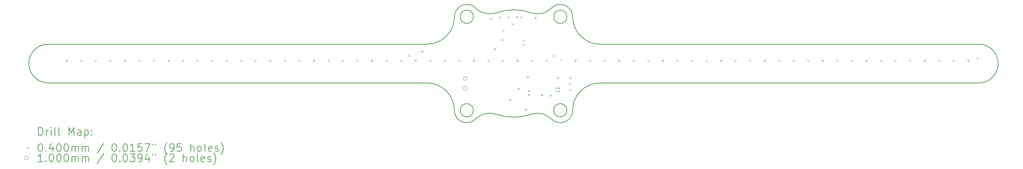
<source format=gbr>
%TF.GenerationSoftware,KiCad,Pcbnew,7.0.10-7.0.10~ubuntu22.04.1*%
%TF.CreationDate,2024-01-14T15:54:07-07:00*%
%TF.ProjectId,tiny_pov_arm,74696e79-5f70-46f7-965f-61726d2e6b69,rev?*%
%TF.SameCoordinates,Original*%
%TF.FileFunction,Drillmap*%
%TF.FilePolarity,Positive*%
%FSLAX45Y45*%
G04 Gerber Fmt 4.5, Leading zero omitted, Abs format (unit mm)*
G04 Created by KiCad (PCBNEW 7.0.10-7.0.10~ubuntu22.04.1) date 2024-01-14 15:54:07*
%MOMM*%
%LPD*%
G01*
G04 APERTURE LIST*
%ADD10C,0.200000*%
%ADD11C,0.100000*%
G04 APERTURE END LIST*
D10*
X27000000Y-10500000D02*
G75*
G03*
X27000000Y-9500000I0J500000D01*
G01*
X15979345Y-11431889D02*
G75*
G03*
X16525617Y-11205617I226275J226269D01*
G01*
X16375617Y-11205617D02*
G75*
G03*
X16035617Y-11205617I-170000J0D01*
G01*
X16035617Y-11205617D02*
G75*
G03*
X16375617Y-11205617I170000J0D01*
G01*
X14020657Y-8568109D02*
G75*
G03*
X14549533Y-8690304I362253J362259D01*
G01*
X12768766Y-9500000D02*
G75*
G03*
X13474383Y-8794383I0J705617D01*
G01*
X27000000Y-9500000D02*
X17231234Y-9500000D01*
X16375617Y-8794383D02*
G75*
G03*
X16035617Y-8794383I-170000J0D01*
G01*
X16035617Y-8794383D02*
G75*
G03*
X16375617Y-8794383I170000J0D01*
G01*
X13964383Y-11205617D02*
G75*
G03*
X13624383Y-11205617I-170000J0D01*
G01*
X13624383Y-11205617D02*
G75*
G03*
X13964383Y-11205617I170000J0D01*
G01*
X12768766Y-10500000D02*
X3000000Y-10500000D01*
X27000000Y-10500000D02*
X17231234Y-10500000D01*
X13964383Y-8794383D02*
G75*
G03*
X13624383Y-8794383I-170000J0D01*
G01*
X13624383Y-8794383D02*
G75*
G03*
X13964383Y-8794383I170000J0D01*
G01*
X16525620Y-8794383D02*
G75*
G03*
X17231234Y-9500000I705600J-17D01*
G01*
X15450467Y-8690304D02*
G75*
G03*
X14549533Y-8690304I-450467J-1309696D01*
G01*
X17231234Y-10500000D02*
G75*
G03*
X16525617Y-11205617I8J-705625D01*
G01*
X14549532Y-11309699D02*
G75*
G03*
X14020657Y-11431891I-166632J-484421D01*
G01*
X14020655Y-8568111D02*
G75*
G03*
X13474383Y-8794383I-226275J-226269D01*
G01*
X14549533Y-11309696D02*
G75*
G03*
X15450467Y-11309696I450467J1309696D01*
G01*
X3000000Y-9500000D02*
G75*
G03*
X3000000Y-10500000I0J-500000D01*
G01*
X15450468Y-8690301D02*
G75*
G03*
X15979343Y-8568109I166632J484421D01*
G01*
X16525620Y-8794383D02*
G75*
G03*
X15979343Y-8568109I-320000J3D01*
G01*
X13474380Y-11205617D02*
G75*
G03*
X12768766Y-10500000I-705600J17D01*
G01*
X15979343Y-11431891D02*
G75*
G03*
X15450467Y-11309696I-362253J-362259D01*
G01*
X13474380Y-11205617D02*
G75*
G03*
X14020657Y-11431891I320000J-3D01*
G01*
X12768766Y-9500000D02*
X3000000Y-9500000D01*
D11*
X3455000Y-9900000D02*
X3495000Y-9940000D01*
X3495000Y-9900000D02*
X3455000Y-9940000D01*
X3830000Y-9900000D02*
X3870000Y-9940000D01*
X3870000Y-9900000D02*
X3830000Y-9940000D01*
X4205000Y-9900000D02*
X4245000Y-9940000D01*
X4245000Y-9900000D02*
X4205000Y-9940000D01*
X4580000Y-9900000D02*
X4620000Y-9940000D01*
X4620000Y-9900000D02*
X4580000Y-9940000D01*
X4955000Y-9900000D02*
X4995000Y-9940000D01*
X4995000Y-9900000D02*
X4955000Y-9940000D01*
X5330000Y-9900000D02*
X5370000Y-9940000D01*
X5370000Y-9900000D02*
X5330000Y-9940000D01*
X5705000Y-9900000D02*
X5745000Y-9940000D01*
X5745000Y-9900000D02*
X5705000Y-9940000D01*
X6080000Y-9900000D02*
X6120000Y-9940000D01*
X6120000Y-9900000D02*
X6080000Y-9940000D01*
X6455000Y-9900000D02*
X6495000Y-9940000D01*
X6495000Y-9900000D02*
X6455000Y-9940000D01*
X6830000Y-9900000D02*
X6870000Y-9940000D01*
X6870000Y-9900000D02*
X6830000Y-9940000D01*
X7205000Y-9900000D02*
X7245000Y-9940000D01*
X7245000Y-9900000D02*
X7205000Y-9940000D01*
X7580000Y-9900000D02*
X7620000Y-9940000D01*
X7620000Y-9900000D02*
X7580000Y-9940000D01*
X7955000Y-9900000D02*
X7995000Y-9940000D01*
X7995000Y-9900000D02*
X7955000Y-9940000D01*
X8330000Y-9900000D02*
X8370000Y-9940000D01*
X8370000Y-9900000D02*
X8330000Y-9940000D01*
X8705000Y-9900000D02*
X8745000Y-9940000D01*
X8745000Y-9900000D02*
X8705000Y-9940000D01*
X9080000Y-9900000D02*
X9120000Y-9940000D01*
X9120000Y-9900000D02*
X9080000Y-9940000D01*
X9455000Y-9900000D02*
X9495000Y-9940000D01*
X9495000Y-9900000D02*
X9455000Y-9940000D01*
X9830000Y-9900000D02*
X9870000Y-9940000D01*
X9870000Y-9900000D02*
X9830000Y-9940000D01*
X10205000Y-9900000D02*
X10245000Y-9940000D01*
X10245000Y-9900000D02*
X10205000Y-9940000D01*
X10580000Y-9900000D02*
X10620000Y-9940000D01*
X10620000Y-9900000D02*
X10580000Y-9940000D01*
X10955000Y-9900000D02*
X10995000Y-9940000D01*
X10995000Y-9900000D02*
X10955000Y-9940000D01*
X11330000Y-9900000D02*
X11370000Y-9940000D01*
X11370000Y-9900000D02*
X11330000Y-9940000D01*
X11705000Y-9900000D02*
X11745000Y-9940000D01*
X11745000Y-9900000D02*
X11705000Y-9940000D01*
X12080000Y-9900000D02*
X12120000Y-9940000D01*
X12120000Y-9900000D02*
X12080000Y-9940000D01*
X12290000Y-9775000D02*
X12330000Y-9815000D01*
X12330000Y-9775000D02*
X12290000Y-9815000D01*
X12455000Y-9900000D02*
X12495000Y-9940000D01*
X12495000Y-9900000D02*
X12455000Y-9940000D01*
X12625000Y-9665000D02*
X12665000Y-9705000D01*
X12665000Y-9665000D02*
X12625000Y-9705000D01*
X12830000Y-9900000D02*
X12870000Y-9940000D01*
X12870000Y-9900000D02*
X12830000Y-9940000D01*
X13205000Y-9900000D02*
X13245000Y-9940000D01*
X13245000Y-9900000D02*
X13205000Y-9940000D01*
X13580000Y-9900000D02*
X13620000Y-9940000D01*
X13620000Y-9900000D02*
X13580000Y-9940000D01*
X13955000Y-9900000D02*
X13995000Y-9940000D01*
X13995000Y-9900000D02*
X13955000Y-9940000D01*
X14330000Y-9900000D02*
X14370000Y-9940000D01*
X14370000Y-9900000D02*
X14330000Y-9940000D01*
X14400000Y-8830000D02*
X14440000Y-8870000D01*
X14440000Y-8830000D02*
X14400000Y-8870000D01*
X14495000Y-9605000D02*
X14535000Y-9645000D01*
X14535000Y-9605000D02*
X14495000Y-9645000D01*
X14630000Y-8785000D02*
X14670000Y-8825000D01*
X14670000Y-8785000D02*
X14630000Y-8825000D01*
X14690000Y-9370000D02*
X14730000Y-9410000D01*
X14730000Y-9370000D02*
X14690000Y-9410000D01*
X14705000Y-9900000D02*
X14745000Y-9940000D01*
X14745000Y-9900000D02*
X14705000Y-9940000D01*
X14722500Y-9129500D02*
X14762500Y-9169500D01*
X14762500Y-9129500D02*
X14722500Y-9169500D01*
X14850000Y-8785000D02*
X14890000Y-8825000D01*
X14890000Y-8785000D02*
X14850000Y-8825000D01*
X14895000Y-10920000D02*
X14935000Y-10960000D01*
X14935000Y-10920000D02*
X14895000Y-10960000D01*
X14955000Y-8961250D02*
X14995000Y-9001250D01*
X14995000Y-8961250D02*
X14955000Y-9001250D01*
X15070000Y-8780000D02*
X15110000Y-8820000D01*
X15110000Y-8780000D02*
X15070000Y-8820000D01*
X15080000Y-9900000D02*
X15120000Y-9940000D01*
X15120000Y-9900000D02*
X15080000Y-9940000D01*
X15105000Y-10630000D02*
X15145000Y-10670000D01*
X15145000Y-10630000D02*
X15105000Y-10670000D01*
X15180500Y-8785000D02*
X15220500Y-8825000D01*
X15220500Y-8785000D02*
X15180500Y-8825000D01*
X15237500Y-9383500D02*
X15277500Y-9423500D01*
X15277500Y-9383500D02*
X15237500Y-9423500D01*
X15237500Y-9487500D02*
X15277500Y-9527500D01*
X15277500Y-9487500D02*
X15237500Y-9527500D01*
X15300000Y-11165000D02*
X15340000Y-11205000D01*
X15340000Y-11165000D02*
X15300000Y-11205000D01*
X15345000Y-10330000D02*
X15385000Y-10370000D01*
X15385000Y-10330000D02*
X15345000Y-10370000D01*
X15375000Y-10685000D02*
X15415000Y-10725000D01*
X15415000Y-10685000D02*
X15375000Y-10725000D01*
X15375000Y-10780000D02*
X15415000Y-10820000D01*
X15415000Y-10780000D02*
X15375000Y-10820000D01*
X15455000Y-9900000D02*
X15495000Y-9940000D01*
X15495000Y-9900000D02*
X15455000Y-9940000D01*
X15545000Y-8800000D02*
X15585000Y-8840000D01*
X15585000Y-8800000D02*
X15545000Y-8840000D01*
X15715000Y-10795000D02*
X15755000Y-10835000D01*
X15755000Y-10795000D02*
X15715000Y-10835000D01*
X15830000Y-9900000D02*
X15870000Y-9940000D01*
X15870000Y-9900000D02*
X15830000Y-9940000D01*
X15940000Y-10805000D02*
X15980000Y-10845000D01*
X15980000Y-10805000D02*
X15940000Y-10845000D01*
X16010000Y-9785000D02*
X16050000Y-9825000D01*
X16050000Y-9785000D02*
X16010000Y-9825000D01*
X16070000Y-10615000D02*
X16110000Y-10655000D01*
X16110000Y-10615000D02*
X16070000Y-10655000D01*
X16070000Y-10695000D02*
X16110000Y-10735000D01*
X16110000Y-10695000D02*
X16070000Y-10735000D01*
X16115000Y-10355000D02*
X16155000Y-10395000D01*
X16155000Y-10355000D02*
X16115000Y-10395000D01*
X16150000Y-10695000D02*
X16190000Y-10735000D01*
X16190000Y-10695000D02*
X16150000Y-10735000D01*
X16155000Y-10615000D02*
X16195000Y-10655000D01*
X16195000Y-10615000D02*
X16155000Y-10655000D01*
X16214474Y-9890526D02*
X16254474Y-9930526D01*
X16254474Y-9890526D02*
X16214474Y-9930526D01*
X16440000Y-10505000D02*
X16480000Y-10545000D01*
X16480000Y-10505000D02*
X16440000Y-10545000D01*
X16445000Y-10355000D02*
X16485000Y-10395000D01*
X16485000Y-10355000D02*
X16445000Y-10395000D01*
X16445000Y-10655000D02*
X16485000Y-10695000D01*
X16485000Y-10655000D02*
X16445000Y-10695000D01*
X16580000Y-9900000D02*
X16620000Y-9940000D01*
X16620000Y-9900000D02*
X16580000Y-9940000D01*
X16955000Y-9900000D02*
X16995000Y-9940000D01*
X16995000Y-9900000D02*
X16955000Y-9940000D01*
X17330000Y-9900000D02*
X17370000Y-9940000D01*
X17370000Y-9900000D02*
X17330000Y-9940000D01*
X17705000Y-9900000D02*
X17745000Y-9940000D01*
X17745000Y-9900000D02*
X17705000Y-9940000D01*
X18080000Y-9900000D02*
X18120000Y-9940000D01*
X18120000Y-9900000D02*
X18080000Y-9940000D01*
X18455000Y-9900000D02*
X18495000Y-9940000D01*
X18495000Y-9900000D02*
X18455000Y-9940000D01*
X18830000Y-9900000D02*
X18870000Y-9940000D01*
X18870000Y-9900000D02*
X18830000Y-9940000D01*
X19205000Y-9900000D02*
X19245000Y-9940000D01*
X19245000Y-9900000D02*
X19205000Y-9940000D01*
X19580000Y-9900000D02*
X19620000Y-9940000D01*
X19620000Y-9900000D02*
X19580000Y-9940000D01*
X19955000Y-9900000D02*
X19995000Y-9940000D01*
X19995000Y-9900000D02*
X19955000Y-9940000D01*
X20330000Y-9900000D02*
X20370000Y-9940000D01*
X20370000Y-9900000D02*
X20330000Y-9940000D01*
X20705000Y-9900000D02*
X20745000Y-9940000D01*
X20745000Y-9900000D02*
X20705000Y-9940000D01*
X21080000Y-9900000D02*
X21120000Y-9940000D01*
X21120000Y-9900000D02*
X21080000Y-9940000D01*
X21455000Y-9900000D02*
X21495000Y-9940000D01*
X21495000Y-9900000D02*
X21455000Y-9940000D01*
X21830000Y-9900000D02*
X21870000Y-9940000D01*
X21870000Y-9900000D02*
X21830000Y-9940000D01*
X22205000Y-9900000D02*
X22245000Y-9940000D01*
X22245000Y-9900000D02*
X22205000Y-9940000D01*
X22580000Y-9900000D02*
X22620000Y-9940000D01*
X22620000Y-9900000D02*
X22580000Y-9940000D01*
X22955000Y-9900000D02*
X22995000Y-9940000D01*
X22995000Y-9900000D02*
X22955000Y-9940000D01*
X23330000Y-9900000D02*
X23370000Y-9940000D01*
X23370000Y-9900000D02*
X23330000Y-9940000D01*
X23705000Y-9900000D02*
X23745000Y-9940000D01*
X23745000Y-9900000D02*
X23705000Y-9940000D01*
X24080000Y-9900000D02*
X24120000Y-9940000D01*
X24120000Y-9900000D02*
X24080000Y-9940000D01*
X24455000Y-9900000D02*
X24495000Y-9940000D01*
X24495000Y-9900000D02*
X24455000Y-9940000D01*
X24830000Y-9900000D02*
X24870000Y-9940000D01*
X24870000Y-9900000D02*
X24830000Y-9940000D01*
X25205000Y-9900000D02*
X25245000Y-9940000D01*
X25245000Y-9900000D02*
X25205000Y-9940000D01*
X25580000Y-9900000D02*
X25620000Y-9940000D01*
X25620000Y-9900000D02*
X25580000Y-9940000D01*
X25955000Y-9900000D02*
X25995000Y-9940000D01*
X25995000Y-9900000D02*
X25955000Y-9940000D01*
X26330000Y-9900000D02*
X26370000Y-9940000D01*
X26370000Y-9900000D02*
X26330000Y-9940000D01*
X26705000Y-9900000D02*
X26745000Y-9940000D01*
X26745000Y-9900000D02*
X26705000Y-9940000D01*
X26945000Y-9845000D02*
X26985000Y-9885000D01*
X26985000Y-9845000D02*
X26945000Y-9885000D01*
X13805000Y-10386000D02*
G75*
G03*
X13705000Y-10386000I-50000J0D01*
G01*
X13705000Y-10386000D02*
G75*
G03*
X13805000Y-10386000I50000J0D01*
G01*
X13805000Y-10640000D02*
G75*
G03*
X13705000Y-10640000I-50000J0D01*
G01*
X13705000Y-10640000D02*
G75*
G03*
X13805000Y-10640000I50000J0D01*
G01*
D10*
X2750777Y-11847104D02*
X2750777Y-11647104D01*
X2750777Y-11647104D02*
X2798396Y-11647104D01*
X2798396Y-11647104D02*
X2826967Y-11656628D01*
X2826967Y-11656628D02*
X2846015Y-11675675D01*
X2846015Y-11675675D02*
X2855539Y-11694723D01*
X2855539Y-11694723D02*
X2865062Y-11732818D01*
X2865062Y-11732818D02*
X2865062Y-11761389D01*
X2865062Y-11761389D02*
X2855539Y-11799485D01*
X2855539Y-11799485D02*
X2846015Y-11818532D01*
X2846015Y-11818532D02*
X2826967Y-11837580D01*
X2826967Y-11837580D02*
X2798396Y-11847104D01*
X2798396Y-11847104D02*
X2750777Y-11847104D01*
X2950777Y-11847104D02*
X2950777Y-11713770D01*
X2950777Y-11751866D02*
X2960301Y-11732818D01*
X2960301Y-11732818D02*
X2969824Y-11723294D01*
X2969824Y-11723294D02*
X2988872Y-11713770D01*
X2988872Y-11713770D02*
X3007920Y-11713770D01*
X3074586Y-11847104D02*
X3074586Y-11713770D01*
X3074586Y-11647104D02*
X3065062Y-11656628D01*
X3065062Y-11656628D02*
X3074586Y-11666151D01*
X3074586Y-11666151D02*
X3084110Y-11656628D01*
X3084110Y-11656628D02*
X3074586Y-11647104D01*
X3074586Y-11647104D02*
X3074586Y-11666151D01*
X3198396Y-11847104D02*
X3179348Y-11837580D01*
X3179348Y-11837580D02*
X3169824Y-11818532D01*
X3169824Y-11818532D02*
X3169824Y-11647104D01*
X3303158Y-11847104D02*
X3284110Y-11837580D01*
X3284110Y-11837580D02*
X3274586Y-11818532D01*
X3274586Y-11818532D02*
X3274586Y-11647104D01*
X3531729Y-11847104D02*
X3531729Y-11647104D01*
X3531729Y-11647104D02*
X3598396Y-11789961D01*
X3598396Y-11789961D02*
X3665062Y-11647104D01*
X3665062Y-11647104D02*
X3665062Y-11847104D01*
X3846015Y-11847104D02*
X3846015Y-11742342D01*
X3846015Y-11742342D02*
X3836491Y-11723294D01*
X3836491Y-11723294D02*
X3817443Y-11713770D01*
X3817443Y-11713770D02*
X3779348Y-11713770D01*
X3779348Y-11713770D02*
X3760301Y-11723294D01*
X3846015Y-11837580D02*
X3826967Y-11847104D01*
X3826967Y-11847104D02*
X3779348Y-11847104D01*
X3779348Y-11847104D02*
X3760301Y-11837580D01*
X3760301Y-11837580D02*
X3750777Y-11818532D01*
X3750777Y-11818532D02*
X3750777Y-11799485D01*
X3750777Y-11799485D02*
X3760301Y-11780437D01*
X3760301Y-11780437D02*
X3779348Y-11770913D01*
X3779348Y-11770913D02*
X3826967Y-11770913D01*
X3826967Y-11770913D02*
X3846015Y-11761389D01*
X3941253Y-11713770D02*
X3941253Y-11913770D01*
X3941253Y-11723294D02*
X3960301Y-11713770D01*
X3960301Y-11713770D02*
X3998396Y-11713770D01*
X3998396Y-11713770D02*
X4017443Y-11723294D01*
X4017443Y-11723294D02*
X4026967Y-11732818D01*
X4026967Y-11732818D02*
X4036491Y-11751866D01*
X4036491Y-11751866D02*
X4036491Y-11809008D01*
X4036491Y-11809008D02*
X4026967Y-11828056D01*
X4026967Y-11828056D02*
X4017443Y-11837580D01*
X4017443Y-11837580D02*
X3998396Y-11847104D01*
X3998396Y-11847104D02*
X3960301Y-11847104D01*
X3960301Y-11847104D02*
X3941253Y-11837580D01*
X4122205Y-11828056D02*
X4131729Y-11837580D01*
X4131729Y-11837580D02*
X4122205Y-11847104D01*
X4122205Y-11847104D02*
X4112682Y-11837580D01*
X4112682Y-11837580D02*
X4122205Y-11828056D01*
X4122205Y-11828056D02*
X4122205Y-11847104D01*
X4122205Y-11723294D02*
X4131729Y-11732818D01*
X4131729Y-11732818D02*
X4122205Y-11742342D01*
X4122205Y-11742342D02*
X4112682Y-11732818D01*
X4112682Y-11732818D02*
X4122205Y-11723294D01*
X4122205Y-11723294D02*
X4122205Y-11742342D01*
D11*
X2450000Y-12155620D02*
X2490000Y-12195620D01*
X2490000Y-12155620D02*
X2450000Y-12195620D01*
D10*
X2788872Y-12067104D02*
X2807920Y-12067104D01*
X2807920Y-12067104D02*
X2826967Y-12076628D01*
X2826967Y-12076628D02*
X2836491Y-12086151D01*
X2836491Y-12086151D02*
X2846015Y-12105199D01*
X2846015Y-12105199D02*
X2855539Y-12143294D01*
X2855539Y-12143294D02*
X2855539Y-12190913D01*
X2855539Y-12190913D02*
X2846015Y-12229008D01*
X2846015Y-12229008D02*
X2836491Y-12248056D01*
X2836491Y-12248056D02*
X2826967Y-12257580D01*
X2826967Y-12257580D02*
X2807920Y-12267104D01*
X2807920Y-12267104D02*
X2788872Y-12267104D01*
X2788872Y-12267104D02*
X2769824Y-12257580D01*
X2769824Y-12257580D02*
X2760301Y-12248056D01*
X2760301Y-12248056D02*
X2750777Y-12229008D01*
X2750777Y-12229008D02*
X2741253Y-12190913D01*
X2741253Y-12190913D02*
X2741253Y-12143294D01*
X2741253Y-12143294D02*
X2750777Y-12105199D01*
X2750777Y-12105199D02*
X2760301Y-12086151D01*
X2760301Y-12086151D02*
X2769824Y-12076628D01*
X2769824Y-12076628D02*
X2788872Y-12067104D01*
X2941253Y-12248056D02*
X2950777Y-12257580D01*
X2950777Y-12257580D02*
X2941253Y-12267104D01*
X2941253Y-12267104D02*
X2931729Y-12257580D01*
X2931729Y-12257580D02*
X2941253Y-12248056D01*
X2941253Y-12248056D02*
X2941253Y-12267104D01*
X3122205Y-12133770D02*
X3122205Y-12267104D01*
X3074586Y-12057580D02*
X3026967Y-12200437D01*
X3026967Y-12200437D02*
X3150777Y-12200437D01*
X3265062Y-12067104D02*
X3284110Y-12067104D01*
X3284110Y-12067104D02*
X3303158Y-12076628D01*
X3303158Y-12076628D02*
X3312682Y-12086151D01*
X3312682Y-12086151D02*
X3322205Y-12105199D01*
X3322205Y-12105199D02*
X3331729Y-12143294D01*
X3331729Y-12143294D02*
X3331729Y-12190913D01*
X3331729Y-12190913D02*
X3322205Y-12229008D01*
X3322205Y-12229008D02*
X3312682Y-12248056D01*
X3312682Y-12248056D02*
X3303158Y-12257580D01*
X3303158Y-12257580D02*
X3284110Y-12267104D01*
X3284110Y-12267104D02*
X3265062Y-12267104D01*
X3265062Y-12267104D02*
X3246015Y-12257580D01*
X3246015Y-12257580D02*
X3236491Y-12248056D01*
X3236491Y-12248056D02*
X3226967Y-12229008D01*
X3226967Y-12229008D02*
X3217443Y-12190913D01*
X3217443Y-12190913D02*
X3217443Y-12143294D01*
X3217443Y-12143294D02*
X3226967Y-12105199D01*
X3226967Y-12105199D02*
X3236491Y-12086151D01*
X3236491Y-12086151D02*
X3246015Y-12076628D01*
X3246015Y-12076628D02*
X3265062Y-12067104D01*
X3455539Y-12067104D02*
X3474586Y-12067104D01*
X3474586Y-12067104D02*
X3493634Y-12076628D01*
X3493634Y-12076628D02*
X3503158Y-12086151D01*
X3503158Y-12086151D02*
X3512682Y-12105199D01*
X3512682Y-12105199D02*
X3522205Y-12143294D01*
X3522205Y-12143294D02*
X3522205Y-12190913D01*
X3522205Y-12190913D02*
X3512682Y-12229008D01*
X3512682Y-12229008D02*
X3503158Y-12248056D01*
X3503158Y-12248056D02*
X3493634Y-12257580D01*
X3493634Y-12257580D02*
X3474586Y-12267104D01*
X3474586Y-12267104D02*
X3455539Y-12267104D01*
X3455539Y-12267104D02*
X3436491Y-12257580D01*
X3436491Y-12257580D02*
X3426967Y-12248056D01*
X3426967Y-12248056D02*
X3417443Y-12229008D01*
X3417443Y-12229008D02*
X3407920Y-12190913D01*
X3407920Y-12190913D02*
X3407920Y-12143294D01*
X3407920Y-12143294D02*
X3417443Y-12105199D01*
X3417443Y-12105199D02*
X3426967Y-12086151D01*
X3426967Y-12086151D02*
X3436491Y-12076628D01*
X3436491Y-12076628D02*
X3455539Y-12067104D01*
X3607920Y-12267104D02*
X3607920Y-12133770D01*
X3607920Y-12152818D02*
X3617443Y-12143294D01*
X3617443Y-12143294D02*
X3636491Y-12133770D01*
X3636491Y-12133770D02*
X3665063Y-12133770D01*
X3665063Y-12133770D02*
X3684110Y-12143294D01*
X3684110Y-12143294D02*
X3693634Y-12162342D01*
X3693634Y-12162342D02*
X3693634Y-12267104D01*
X3693634Y-12162342D02*
X3703158Y-12143294D01*
X3703158Y-12143294D02*
X3722205Y-12133770D01*
X3722205Y-12133770D02*
X3750777Y-12133770D01*
X3750777Y-12133770D02*
X3769824Y-12143294D01*
X3769824Y-12143294D02*
X3779348Y-12162342D01*
X3779348Y-12162342D02*
X3779348Y-12267104D01*
X3874586Y-12267104D02*
X3874586Y-12133770D01*
X3874586Y-12152818D02*
X3884110Y-12143294D01*
X3884110Y-12143294D02*
X3903158Y-12133770D01*
X3903158Y-12133770D02*
X3931729Y-12133770D01*
X3931729Y-12133770D02*
X3950777Y-12143294D01*
X3950777Y-12143294D02*
X3960301Y-12162342D01*
X3960301Y-12162342D02*
X3960301Y-12267104D01*
X3960301Y-12162342D02*
X3969824Y-12143294D01*
X3969824Y-12143294D02*
X3988872Y-12133770D01*
X3988872Y-12133770D02*
X4017443Y-12133770D01*
X4017443Y-12133770D02*
X4036491Y-12143294D01*
X4036491Y-12143294D02*
X4046015Y-12162342D01*
X4046015Y-12162342D02*
X4046015Y-12267104D01*
X4436491Y-12057580D02*
X4265063Y-12314723D01*
X4693634Y-12067104D02*
X4712682Y-12067104D01*
X4712682Y-12067104D02*
X4731729Y-12076628D01*
X4731729Y-12076628D02*
X4741253Y-12086151D01*
X4741253Y-12086151D02*
X4750777Y-12105199D01*
X4750777Y-12105199D02*
X4760301Y-12143294D01*
X4760301Y-12143294D02*
X4760301Y-12190913D01*
X4760301Y-12190913D02*
X4750777Y-12229008D01*
X4750777Y-12229008D02*
X4741253Y-12248056D01*
X4741253Y-12248056D02*
X4731729Y-12257580D01*
X4731729Y-12257580D02*
X4712682Y-12267104D01*
X4712682Y-12267104D02*
X4693634Y-12267104D01*
X4693634Y-12267104D02*
X4674587Y-12257580D01*
X4674587Y-12257580D02*
X4665063Y-12248056D01*
X4665063Y-12248056D02*
X4655539Y-12229008D01*
X4655539Y-12229008D02*
X4646015Y-12190913D01*
X4646015Y-12190913D02*
X4646015Y-12143294D01*
X4646015Y-12143294D02*
X4655539Y-12105199D01*
X4655539Y-12105199D02*
X4665063Y-12086151D01*
X4665063Y-12086151D02*
X4674587Y-12076628D01*
X4674587Y-12076628D02*
X4693634Y-12067104D01*
X4846015Y-12248056D02*
X4855539Y-12257580D01*
X4855539Y-12257580D02*
X4846015Y-12267104D01*
X4846015Y-12267104D02*
X4836491Y-12257580D01*
X4836491Y-12257580D02*
X4846015Y-12248056D01*
X4846015Y-12248056D02*
X4846015Y-12267104D01*
X4979348Y-12067104D02*
X4998396Y-12067104D01*
X4998396Y-12067104D02*
X5017444Y-12076628D01*
X5017444Y-12076628D02*
X5026968Y-12086151D01*
X5026968Y-12086151D02*
X5036491Y-12105199D01*
X5036491Y-12105199D02*
X5046015Y-12143294D01*
X5046015Y-12143294D02*
X5046015Y-12190913D01*
X5046015Y-12190913D02*
X5036491Y-12229008D01*
X5036491Y-12229008D02*
X5026968Y-12248056D01*
X5026968Y-12248056D02*
X5017444Y-12257580D01*
X5017444Y-12257580D02*
X4998396Y-12267104D01*
X4998396Y-12267104D02*
X4979348Y-12267104D01*
X4979348Y-12267104D02*
X4960301Y-12257580D01*
X4960301Y-12257580D02*
X4950777Y-12248056D01*
X4950777Y-12248056D02*
X4941253Y-12229008D01*
X4941253Y-12229008D02*
X4931729Y-12190913D01*
X4931729Y-12190913D02*
X4931729Y-12143294D01*
X4931729Y-12143294D02*
X4941253Y-12105199D01*
X4941253Y-12105199D02*
X4950777Y-12086151D01*
X4950777Y-12086151D02*
X4960301Y-12076628D01*
X4960301Y-12076628D02*
X4979348Y-12067104D01*
X5236491Y-12267104D02*
X5122206Y-12267104D01*
X5179348Y-12267104D02*
X5179348Y-12067104D01*
X5179348Y-12067104D02*
X5160301Y-12095675D01*
X5160301Y-12095675D02*
X5141253Y-12114723D01*
X5141253Y-12114723D02*
X5122206Y-12124247D01*
X5417444Y-12067104D02*
X5322206Y-12067104D01*
X5322206Y-12067104D02*
X5312682Y-12162342D01*
X5312682Y-12162342D02*
X5322206Y-12152818D01*
X5322206Y-12152818D02*
X5341253Y-12143294D01*
X5341253Y-12143294D02*
X5388872Y-12143294D01*
X5388872Y-12143294D02*
X5407920Y-12152818D01*
X5407920Y-12152818D02*
X5417444Y-12162342D01*
X5417444Y-12162342D02*
X5426968Y-12181389D01*
X5426968Y-12181389D02*
X5426968Y-12229008D01*
X5426968Y-12229008D02*
X5417444Y-12248056D01*
X5417444Y-12248056D02*
X5407920Y-12257580D01*
X5407920Y-12257580D02*
X5388872Y-12267104D01*
X5388872Y-12267104D02*
X5341253Y-12267104D01*
X5341253Y-12267104D02*
X5322206Y-12257580D01*
X5322206Y-12257580D02*
X5312682Y-12248056D01*
X5493634Y-12067104D02*
X5626967Y-12067104D01*
X5626967Y-12067104D02*
X5541253Y-12267104D01*
X5693634Y-12067104D02*
X5693634Y-12105199D01*
X5769825Y-12067104D02*
X5769825Y-12105199D01*
X6065063Y-12343294D02*
X6055539Y-12333770D01*
X6055539Y-12333770D02*
X6036491Y-12305199D01*
X6036491Y-12305199D02*
X6026968Y-12286151D01*
X6026968Y-12286151D02*
X6017444Y-12257580D01*
X6017444Y-12257580D02*
X6007920Y-12209961D01*
X6007920Y-12209961D02*
X6007920Y-12171866D01*
X6007920Y-12171866D02*
X6017444Y-12124247D01*
X6017444Y-12124247D02*
X6026968Y-12095675D01*
X6026968Y-12095675D02*
X6036491Y-12076628D01*
X6036491Y-12076628D02*
X6055539Y-12048056D01*
X6055539Y-12048056D02*
X6065063Y-12038532D01*
X6150777Y-12267104D02*
X6188872Y-12267104D01*
X6188872Y-12267104D02*
X6207920Y-12257580D01*
X6207920Y-12257580D02*
X6217444Y-12248056D01*
X6217444Y-12248056D02*
X6236491Y-12219485D01*
X6236491Y-12219485D02*
X6246015Y-12181389D01*
X6246015Y-12181389D02*
X6246015Y-12105199D01*
X6246015Y-12105199D02*
X6236491Y-12086151D01*
X6236491Y-12086151D02*
X6226968Y-12076628D01*
X6226968Y-12076628D02*
X6207920Y-12067104D01*
X6207920Y-12067104D02*
X6169825Y-12067104D01*
X6169825Y-12067104D02*
X6150777Y-12076628D01*
X6150777Y-12076628D02*
X6141253Y-12086151D01*
X6141253Y-12086151D02*
X6131729Y-12105199D01*
X6131729Y-12105199D02*
X6131729Y-12152818D01*
X6131729Y-12152818D02*
X6141253Y-12171866D01*
X6141253Y-12171866D02*
X6150777Y-12181389D01*
X6150777Y-12181389D02*
X6169825Y-12190913D01*
X6169825Y-12190913D02*
X6207920Y-12190913D01*
X6207920Y-12190913D02*
X6226968Y-12181389D01*
X6226968Y-12181389D02*
X6236491Y-12171866D01*
X6236491Y-12171866D02*
X6246015Y-12152818D01*
X6426968Y-12067104D02*
X6331729Y-12067104D01*
X6331729Y-12067104D02*
X6322206Y-12162342D01*
X6322206Y-12162342D02*
X6331729Y-12152818D01*
X6331729Y-12152818D02*
X6350777Y-12143294D01*
X6350777Y-12143294D02*
X6398396Y-12143294D01*
X6398396Y-12143294D02*
X6417444Y-12152818D01*
X6417444Y-12152818D02*
X6426968Y-12162342D01*
X6426968Y-12162342D02*
X6436491Y-12181389D01*
X6436491Y-12181389D02*
X6436491Y-12229008D01*
X6436491Y-12229008D02*
X6426968Y-12248056D01*
X6426968Y-12248056D02*
X6417444Y-12257580D01*
X6417444Y-12257580D02*
X6398396Y-12267104D01*
X6398396Y-12267104D02*
X6350777Y-12267104D01*
X6350777Y-12267104D02*
X6331729Y-12257580D01*
X6331729Y-12257580D02*
X6322206Y-12248056D01*
X6674587Y-12267104D02*
X6674587Y-12067104D01*
X6760301Y-12267104D02*
X6760301Y-12162342D01*
X6760301Y-12162342D02*
X6750777Y-12143294D01*
X6750777Y-12143294D02*
X6731730Y-12133770D01*
X6731730Y-12133770D02*
X6703158Y-12133770D01*
X6703158Y-12133770D02*
X6684110Y-12143294D01*
X6684110Y-12143294D02*
X6674587Y-12152818D01*
X6884110Y-12267104D02*
X6865063Y-12257580D01*
X6865063Y-12257580D02*
X6855539Y-12248056D01*
X6855539Y-12248056D02*
X6846015Y-12229008D01*
X6846015Y-12229008D02*
X6846015Y-12171866D01*
X6846015Y-12171866D02*
X6855539Y-12152818D01*
X6855539Y-12152818D02*
X6865063Y-12143294D01*
X6865063Y-12143294D02*
X6884110Y-12133770D01*
X6884110Y-12133770D02*
X6912682Y-12133770D01*
X6912682Y-12133770D02*
X6931730Y-12143294D01*
X6931730Y-12143294D02*
X6941253Y-12152818D01*
X6941253Y-12152818D02*
X6950777Y-12171866D01*
X6950777Y-12171866D02*
X6950777Y-12229008D01*
X6950777Y-12229008D02*
X6941253Y-12248056D01*
X6941253Y-12248056D02*
X6931730Y-12257580D01*
X6931730Y-12257580D02*
X6912682Y-12267104D01*
X6912682Y-12267104D02*
X6884110Y-12267104D01*
X7065063Y-12267104D02*
X7046015Y-12257580D01*
X7046015Y-12257580D02*
X7036491Y-12238532D01*
X7036491Y-12238532D02*
X7036491Y-12067104D01*
X7217444Y-12257580D02*
X7198396Y-12267104D01*
X7198396Y-12267104D02*
X7160301Y-12267104D01*
X7160301Y-12267104D02*
X7141253Y-12257580D01*
X7141253Y-12257580D02*
X7131730Y-12238532D01*
X7131730Y-12238532D02*
X7131730Y-12162342D01*
X7131730Y-12162342D02*
X7141253Y-12143294D01*
X7141253Y-12143294D02*
X7160301Y-12133770D01*
X7160301Y-12133770D02*
X7198396Y-12133770D01*
X7198396Y-12133770D02*
X7217444Y-12143294D01*
X7217444Y-12143294D02*
X7226968Y-12162342D01*
X7226968Y-12162342D02*
X7226968Y-12181389D01*
X7226968Y-12181389D02*
X7131730Y-12200437D01*
X7303158Y-12257580D02*
X7322206Y-12267104D01*
X7322206Y-12267104D02*
X7360301Y-12267104D01*
X7360301Y-12267104D02*
X7379349Y-12257580D01*
X7379349Y-12257580D02*
X7388872Y-12238532D01*
X7388872Y-12238532D02*
X7388872Y-12229008D01*
X7388872Y-12229008D02*
X7379349Y-12209961D01*
X7379349Y-12209961D02*
X7360301Y-12200437D01*
X7360301Y-12200437D02*
X7331730Y-12200437D01*
X7331730Y-12200437D02*
X7312682Y-12190913D01*
X7312682Y-12190913D02*
X7303158Y-12171866D01*
X7303158Y-12171866D02*
X7303158Y-12162342D01*
X7303158Y-12162342D02*
X7312682Y-12143294D01*
X7312682Y-12143294D02*
X7331730Y-12133770D01*
X7331730Y-12133770D02*
X7360301Y-12133770D01*
X7360301Y-12133770D02*
X7379349Y-12143294D01*
X7455539Y-12343294D02*
X7465063Y-12333770D01*
X7465063Y-12333770D02*
X7484111Y-12305199D01*
X7484111Y-12305199D02*
X7493634Y-12286151D01*
X7493634Y-12286151D02*
X7503158Y-12257580D01*
X7503158Y-12257580D02*
X7512682Y-12209961D01*
X7512682Y-12209961D02*
X7512682Y-12171866D01*
X7512682Y-12171866D02*
X7503158Y-12124247D01*
X7503158Y-12124247D02*
X7493634Y-12095675D01*
X7493634Y-12095675D02*
X7484111Y-12076628D01*
X7484111Y-12076628D02*
X7465063Y-12048056D01*
X7465063Y-12048056D02*
X7455539Y-12038532D01*
D11*
X2490000Y-12439620D02*
G75*
G03*
X2390000Y-12439620I-50000J0D01*
G01*
X2390000Y-12439620D02*
G75*
G03*
X2490000Y-12439620I50000J0D01*
G01*
D10*
X2855539Y-12531104D02*
X2741253Y-12531104D01*
X2798396Y-12531104D02*
X2798396Y-12331104D01*
X2798396Y-12331104D02*
X2779348Y-12359675D01*
X2779348Y-12359675D02*
X2760301Y-12378723D01*
X2760301Y-12378723D02*
X2741253Y-12388247D01*
X2941253Y-12512056D02*
X2950777Y-12521580D01*
X2950777Y-12521580D02*
X2941253Y-12531104D01*
X2941253Y-12531104D02*
X2931729Y-12521580D01*
X2931729Y-12521580D02*
X2941253Y-12512056D01*
X2941253Y-12512056D02*
X2941253Y-12531104D01*
X3074586Y-12331104D02*
X3093634Y-12331104D01*
X3093634Y-12331104D02*
X3112682Y-12340628D01*
X3112682Y-12340628D02*
X3122205Y-12350151D01*
X3122205Y-12350151D02*
X3131729Y-12369199D01*
X3131729Y-12369199D02*
X3141253Y-12407294D01*
X3141253Y-12407294D02*
X3141253Y-12454913D01*
X3141253Y-12454913D02*
X3131729Y-12493008D01*
X3131729Y-12493008D02*
X3122205Y-12512056D01*
X3122205Y-12512056D02*
X3112682Y-12521580D01*
X3112682Y-12521580D02*
X3093634Y-12531104D01*
X3093634Y-12531104D02*
X3074586Y-12531104D01*
X3074586Y-12531104D02*
X3055539Y-12521580D01*
X3055539Y-12521580D02*
X3046015Y-12512056D01*
X3046015Y-12512056D02*
X3036491Y-12493008D01*
X3036491Y-12493008D02*
X3026967Y-12454913D01*
X3026967Y-12454913D02*
X3026967Y-12407294D01*
X3026967Y-12407294D02*
X3036491Y-12369199D01*
X3036491Y-12369199D02*
X3046015Y-12350151D01*
X3046015Y-12350151D02*
X3055539Y-12340628D01*
X3055539Y-12340628D02*
X3074586Y-12331104D01*
X3265062Y-12331104D02*
X3284110Y-12331104D01*
X3284110Y-12331104D02*
X3303158Y-12340628D01*
X3303158Y-12340628D02*
X3312682Y-12350151D01*
X3312682Y-12350151D02*
X3322205Y-12369199D01*
X3322205Y-12369199D02*
X3331729Y-12407294D01*
X3331729Y-12407294D02*
X3331729Y-12454913D01*
X3331729Y-12454913D02*
X3322205Y-12493008D01*
X3322205Y-12493008D02*
X3312682Y-12512056D01*
X3312682Y-12512056D02*
X3303158Y-12521580D01*
X3303158Y-12521580D02*
X3284110Y-12531104D01*
X3284110Y-12531104D02*
X3265062Y-12531104D01*
X3265062Y-12531104D02*
X3246015Y-12521580D01*
X3246015Y-12521580D02*
X3236491Y-12512056D01*
X3236491Y-12512056D02*
X3226967Y-12493008D01*
X3226967Y-12493008D02*
X3217443Y-12454913D01*
X3217443Y-12454913D02*
X3217443Y-12407294D01*
X3217443Y-12407294D02*
X3226967Y-12369199D01*
X3226967Y-12369199D02*
X3236491Y-12350151D01*
X3236491Y-12350151D02*
X3246015Y-12340628D01*
X3246015Y-12340628D02*
X3265062Y-12331104D01*
X3455539Y-12331104D02*
X3474586Y-12331104D01*
X3474586Y-12331104D02*
X3493634Y-12340628D01*
X3493634Y-12340628D02*
X3503158Y-12350151D01*
X3503158Y-12350151D02*
X3512682Y-12369199D01*
X3512682Y-12369199D02*
X3522205Y-12407294D01*
X3522205Y-12407294D02*
X3522205Y-12454913D01*
X3522205Y-12454913D02*
X3512682Y-12493008D01*
X3512682Y-12493008D02*
X3503158Y-12512056D01*
X3503158Y-12512056D02*
X3493634Y-12521580D01*
X3493634Y-12521580D02*
X3474586Y-12531104D01*
X3474586Y-12531104D02*
X3455539Y-12531104D01*
X3455539Y-12531104D02*
X3436491Y-12521580D01*
X3436491Y-12521580D02*
X3426967Y-12512056D01*
X3426967Y-12512056D02*
X3417443Y-12493008D01*
X3417443Y-12493008D02*
X3407920Y-12454913D01*
X3407920Y-12454913D02*
X3407920Y-12407294D01*
X3407920Y-12407294D02*
X3417443Y-12369199D01*
X3417443Y-12369199D02*
X3426967Y-12350151D01*
X3426967Y-12350151D02*
X3436491Y-12340628D01*
X3436491Y-12340628D02*
X3455539Y-12331104D01*
X3607920Y-12531104D02*
X3607920Y-12397770D01*
X3607920Y-12416818D02*
X3617443Y-12407294D01*
X3617443Y-12407294D02*
X3636491Y-12397770D01*
X3636491Y-12397770D02*
X3665063Y-12397770D01*
X3665063Y-12397770D02*
X3684110Y-12407294D01*
X3684110Y-12407294D02*
X3693634Y-12426342D01*
X3693634Y-12426342D02*
X3693634Y-12531104D01*
X3693634Y-12426342D02*
X3703158Y-12407294D01*
X3703158Y-12407294D02*
X3722205Y-12397770D01*
X3722205Y-12397770D02*
X3750777Y-12397770D01*
X3750777Y-12397770D02*
X3769824Y-12407294D01*
X3769824Y-12407294D02*
X3779348Y-12426342D01*
X3779348Y-12426342D02*
X3779348Y-12531104D01*
X3874586Y-12531104D02*
X3874586Y-12397770D01*
X3874586Y-12416818D02*
X3884110Y-12407294D01*
X3884110Y-12407294D02*
X3903158Y-12397770D01*
X3903158Y-12397770D02*
X3931729Y-12397770D01*
X3931729Y-12397770D02*
X3950777Y-12407294D01*
X3950777Y-12407294D02*
X3960301Y-12426342D01*
X3960301Y-12426342D02*
X3960301Y-12531104D01*
X3960301Y-12426342D02*
X3969824Y-12407294D01*
X3969824Y-12407294D02*
X3988872Y-12397770D01*
X3988872Y-12397770D02*
X4017443Y-12397770D01*
X4017443Y-12397770D02*
X4036491Y-12407294D01*
X4036491Y-12407294D02*
X4046015Y-12426342D01*
X4046015Y-12426342D02*
X4046015Y-12531104D01*
X4436491Y-12321580D02*
X4265063Y-12578723D01*
X4693634Y-12331104D02*
X4712682Y-12331104D01*
X4712682Y-12331104D02*
X4731729Y-12340628D01*
X4731729Y-12340628D02*
X4741253Y-12350151D01*
X4741253Y-12350151D02*
X4750777Y-12369199D01*
X4750777Y-12369199D02*
X4760301Y-12407294D01*
X4760301Y-12407294D02*
X4760301Y-12454913D01*
X4760301Y-12454913D02*
X4750777Y-12493008D01*
X4750777Y-12493008D02*
X4741253Y-12512056D01*
X4741253Y-12512056D02*
X4731729Y-12521580D01*
X4731729Y-12521580D02*
X4712682Y-12531104D01*
X4712682Y-12531104D02*
X4693634Y-12531104D01*
X4693634Y-12531104D02*
X4674587Y-12521580D01*
X4674587Y-12521580D02*
X4665063Y-12512056D01*
X4665063Y-12512056D02*
X4655539Y-12493008D01*
X4655539Y-12493008D02*
X4646015Y-12454913D01*
X4646015Y-12454913D02*
X4646015Y-12407294D01*
X4646015Y-12407294D02*
X4655539Y-12369199D01*
X4655539Y-12369199D02*
X4665063Y-12350151D01*
X4665063Y-12350151D02*
X4674587Y-12340628D01*
X4674587Y-12340628D02*
X4693634Y-12331104D01*
X4846015Y-12512056D02*
X4855539Y-12521580D01*
X4855539Y-12521580D02*
X4846015Y-12531104D01*
X4846015Y-12531104D02*
X4836491Y-12521580D01*
X4836491Y-12521580D02*
X4846015Y-12512056D01*
X4846015Y-12512056D02*
X4846015Y-12531104D01*
X4979348Y-12331104D02*
X4998396Y-12331104D01*
X4998396Y-12331104D02*
X5017444Y-12340628D01*
X5017444Y-12340628D02*
X5026968Y-12350151D01*
X5026968Y-12350151D02*
X5036491Y-12369199D01*
X5036491Y-12369199D02*
X5046015Y-12407294D01*
X5046015Y-12407294D02*
X5046015Y-12454913D01*
X5046015Y-12454913D02*
X5036491Y-12493008D01*
X5036491Y-12493008D02*
X5026968Y-12512056D01*
X5026968Y-12512056D02*
X5017444Y-12521580D01*
X5017444Y-12521580D02*
X4998396Y-12531104D01*
X4998396Y-12531104D02*
X4979348Y-12531104D01*
X4979348Y-12531104D02*
X4960301Y-12521580D01*
X4960301Y-12521580D02*
X4950777Y-12512056D01*
X4950777Y-12512056D02*
X4941253Y-12493008D01*
X4941253Y-12493008D02*
X4931729Y-12454913D01*
X4931729Y-12454913D02*
X4931729Y-12407294D01*
X4931729Y-12407294D02*
X4941253Y-12369199D01*
X4941253Y-12369199D02*
X4950777Y-12350151D01*
X4950777Y-12350151D02*
X4960301Y-12340628D01*
X4960301Y-12340628D02*
X4979348Y-12331104D01*
X5112682Y-12331104D02*
X5236491Y-12331104D01*
X5236491Y-12331104D02*
X5169825Y-12407294D01*
X5169825Y-12407294D02*
X5198396Y-12407294D01*
X5198396Y-12407294D02*
X5217444Y-12416818D01*
X5217444Y-12416818D02*
X5226968Y-12426342D01*
X5226968Y-12426342D02*
X5236491Y-12445389D01*
X5236491Y-12445389D02*
X5236491Y-12493008D01*
X5236491Y-12493008D02*
X5226968Y-12512056D01*
X5226968Y-12512056D02*
X5217444Y-12521580D01*
X5217444Y-12521580D02*
X5198396Y-12531104D01*
X5198396Y-12531104D02*
X5141253Y-12531104D01*
X5141253Y-12531104D02*
X5122206Y-12521580D01*
X5122206Y-12521580D02*
X5112682Y-12512056D01*
X5331729Y-12531104D02*
X5369825Y-12531104D01*
X5369825Y-12531104D02*
X5388872Y-12521580D01*
X5388872Y-12521580D02*
X5398396Y-12512056D01*
X5398396Y-12512056D02*
X5417444Y-12483485D01*
X5417444Y-12483485D02*
X5426968Y-12445389D01*
X5426968Y-12445389D02*
X5426968Y-12369199D01*
X5426968Y-12369199D02*
X5417444Y-12350151D01*
X5417444Y-12350151D02*
X5407920Y-12340628D01*
X5407920Y-12340628D02*
X5388872Y-12331104D01*
X5388872Y-12331104D02*
X5350777Y-12331104D01*
X5350777Y-12331104D02*
X5331729Y-12340628D01*
X5331729Y-12340628D02*
X5322206Y-12350151D01*
X5322206Y-12350151D02*
X5312682Y-12369199D01*
X5312682Y-12369199D02*
X5312682Y-12416818D01*
X5312682Y-12416818D02*
X5322206Y-12435866D01*
X5322206Y-12435866D02*
X5331729Y-12445389D01*
X5331729Y-12445389D02*
X5350777Y-12454913D01*
X5350777Y-12454913D02*
X5388872Y-12454913D01*
X5388872Y-12454913D02*
X5407920Y-12445389D01*
X5407920Y-12445389D02*
X5417444Y-12435866D01*
X5417444Y-12435866D02*
X5426968Y-12416818D01*
X5598396Y-12397770D02*
X5598396Y-12531104D01*
X5550777Y-12321580D02*
X5503158Y-12464437D01*
X5503158Y-12464437D02*
X5626967Y-12464437D01*
X5693634Y-12331104D02*
X5693634Y-12369199D01*
X5769825Y-12331104D02*
X5769825Y-12369199D01*
X6065063Y-12607294D02*
X6055539Y-12597770D01*
X6055539Y-12597770D02*
X6036491Y-12569199D01*
X6036491Y-12569199D02*
X6026968Y-12550151D01*
X6026968Y-12550151D02*
X6017444Y-12521580D01*
X6017444Y-12521580D02*
X6007920Y-12473961D01*
X6007920Y-12473961D02*
X6007920Y-12435866D01*
X6007920Y-12435866D02*
X6017444Y-12388247D01*
X6017444Y-12388247D02*
X6026968Y-12359675D01*
X6026968Y-12359675D02*
X6036491Y-12340628D01*
X6036491Y-12340628D02*
X6055539Y-12312056D01*
X6055539Y-12312056D02*
X6065063Y-12302532D01*
X6131729Y-12350151D02*
X6141253Y-12340628D01*
X6141253Y-12340628D02*
X6160301Y-12331104D01*
X6160301Y-12331104D02*
X6207920Y-12331104D01*
X6207920Y-12331104D02*
X6226968Y-12340628D01*
X6226968Y-12340628D02*
X6236491Y-12350151D01*
X6236491Y-12350151D02*
X6246015Y-12369199D01*
X6246015Y-12369199D02*
X6246015Y-12388247D01*
X6246015Y-12388247D02*
X6236491Y-12416818D01*
X6236491Y-12416818D02*
X6122206Y-12531104D01*
X6122206Y-12531104D02*
X6246015Y-12531104D01*
X6484110Y-12531104D02*
X6484110Y-12331104D01*
X6569825Y-12531104D02*
X6569825Y-12426342D01*
X6569825Y-12426342D02*
X6560301Y-12407294D01*
X6560301Y-12407294D02*
X6541253Y-12397770D01*
X6541253Y-12397770D02*
X6512682Y-12397770D01*
X6512682Y-12397770D02*
X6493634Y-12407294D01*
X6493634Y-12407294D02*
X6484110Y-12416818D01*
X6693634Y-12531104D02*
X6674587Y-12521580D01*
X6674587Y-12521580D02*
X6665063Y-12512056D01*
X6665063Y-12512056D02*
X6655539Y-12493008D01*
X6655539Y-12493008D02*
X6655539Y-12435866D01*
X6655539Y-12435866D02*
X6665063Y-12416818D01*
X6665063Y-12416818D02*
X6674587Y-12407294D01*
X6674587Y-12407294D02*
X6693634Y-12397770D01*
X6693634Y-12397770D02*
X6722206Y-12397770D01*
X6722206Y-12397770D02*
X6741253Y-12407294D01*
X6741253Y-12407294D02*
X6750777Y-12416818D01*
X6750777Y-12416818D02*
X6760301Y-12435866D01*
X6760301Y-12435866D02*
X6760301Y-12493008D01*
X6760301Y-12493008D02*
X6750777Y-12512056D01*
X6750777Y-12512056D02*
X6741253Y-12521580D01*
X6741253Y-12521580D02*
X6722206Y-12531104D01*
X6722206Y-12531104D02*
X6693634Y-12531104D01*
X6874587Y-12531104D02*
X6855539Y-12521580D01*
X6855539Y-12521580D02*
X6846015Y-12502532D01*
X6846015Y-12502532D02*
X6846015Y-12331104D01*
X7026968Y-12521580D02*
X7007920Y-12531104D01*
X7007920Y-12531104D02*
X6969825Y-12531104D01*
X6969825Y-12531104D02*
X6950777Y-12521580D01*
X6950777Y-12521580D02*
X6941253Y-12502532D01*
X6941253Y-12502532D02*
X6941253Y-12426342D01*
X6941253Y-12426342D02*
X6950777Y-12407294D01*
X6950777Y-12407294D02*
X6969825Y-12397770D01*
X6969825Y-12397770D02*
X7007920Y-12397770D01*
X7007920Y-12397770D02*
X7026968Y-12407294D01*
X7026968Y-12407294D02*
X7036491Y-12426342D01*
X7036491Y-12426342D02*
X7036491Y-12445389D01*
X7036491Y-12445389D02*
X6941253Y-12464437D01*
X7112682Y-12521580D02*
X7131730Y-12531104D01*
X7131730Y-12531104D02*
X7169825Y-12531104D01*
X7169825Y-12531104D02*
X7188872Y-12521580D01*
X7188872Y-12521580D02*
X7198396Y-12502532D01*
X7198396Y-12502532D02*
X7198396Y-12493008D01*
X7198396Y-12493008D02*
X7188872Y-12473961D01*
X7188872Y-12473961D02*
X7169825Y-12464437D01*
X7169825Y-12464437D02*
X7141253Y-12464437D01*
X7141253Y-12464437D02*
X7122206Y-12454913D01*
X7122206Y-12454913D02*
X7112682Y-12435866D01*
X7112682Y-12435866D02*
X7112682Y-12426342D01*
X7112682Y-12426342D02*
X7122206Y-12407294D01*
X7122206Y-12407294D02*
X7141253Y-12397770D01*
X7141253Y-12397770D02*
X7169825Y-12397770D01*
X7169825Y-12397770D02*
X7188872Y-12407294D01*
X7265063Y-12607294D02*
X7274587Y-12597770D01*
X7274587Y-12597770D02*
X7293634Y-12569199D01*
X7293634Y-12569199D02*
X7303158Y-12550151D01*
X7303158Y-12550151D02*
X7312682Y-12521580D01*
X7312682Y-12521580D02*
X7322206Y-12473961D01*
X7322206Y-12473961D02*
X7322206Y-12435866D01*
X7322206Y-12435866D02*
X7312682Y-12388247D01*
X7312682Y-12388247D02*
X7303158Y-12359675D01*
X7303158Y-12359675D02*
X7293634Y-12340628D01*
X7293634Y-12340628D02*
X7274587Y-12312056D01*
X7274587Y-12312056D02*
X7265063Y-12302532D01*
M02*

</source>
